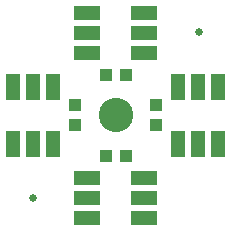
<source format=gbr>
G04 #@! TF.GenerationSoftware,KiCad,Pcbnew,no-vcs-found-5013ea2~58~ubuntu16.04.1*
G04 #@! TF.CreationDate,2017-05-24T10:35:15-06:00*
G04 #@! TF.ProjectId,HiBeam_4-pack_v02,48694265616D5F342D7061636B5F7630,rev?*
G04 #@! TF.FileFunction,Soldermask,Top*
G04 #@! TF.FilePolarity,Negative*
%FSLAX46Y46*%
G04 Gerber Fmt 4.6, Leading zero omitted, Abs format (unit mm)*
G04 Created by KiCad (PCBNEW no-vcs-found-5013ea2~58~ubuntu16.04.1) date Wed May 24 10:35:15 2017*
%MOMM*%
%LPD*%
G01*
G04 APERTURE LIST*
%ADD10C,0.100000*%
%ADD11R,2.203200X1.303200*%
%ADD12R,1.303200X2.203200*%
%ADD13R,1.099820X0.998220*%
%ADD14R,0.998220X1.099820*%
%ADD15C,2.921000*%
%ADD16C,0.635000*%
G04 APERTURE END LIST*
D10*
D11*
X148323000Y-89739999D03*
X148322998Y-91440000D03*
X148323000Y-93140000D03*
X143523000Y-93140001D03*
X143523002Y-91440000D03*
X143523000Y-89740000D03*
D12*
X154608001Y-100825000D03*
X152908000Y-100824998D03*
X151208000Y-100825000D03*
X151207999Y-96025000D03*
X152908000Y-96025002D03*
X154608000Y-96025000D03*
D11*
X143523000Y-107110001D03*
X143523002Y-105410000D03*
X143523000Y-103710000D03*
X148323000Y-103709999D03*
X148322998Y-105410000D03*
X148323000Y-107110000D03*
D12*
X137237999Y-96025000D03*
X138938000Y-96025002D03*
X140638000Y-96025000D03*
X140638001Y-100825000D03*
X138938000Y-100824998D03*
X137238000Y-100825000D03*
D13*
X146771360Y-101854000D03*
X145074640Y-101854000D03*
D14*
X142494000Y-99273360D03*
X142494000Y-97576640D03*
D13*
X145074640Y-94996000D03*
X146771360Y-94996000D03*
D14*
X149352000Y-97576640D03*
X149352000Y-99273360D03*
D15*
X145923000Y-98425000D03*
D16*
X153009600Y-91338400D03*
X138887200Y-105460800D03*
M02*

</source>
